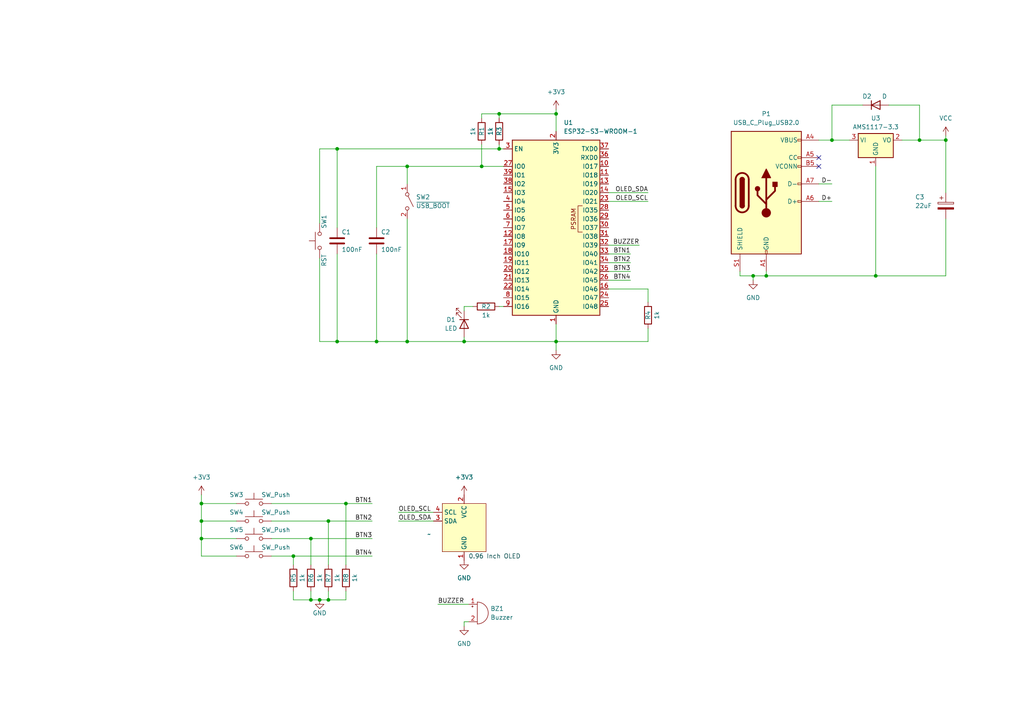
<source format=kicad_sch>
(kicad_sch (version 20231120) (generator "eeschema") (generator_version "8.0")
  (paper "A4")
  (lib_symbols
    (symbol "0.96InchOLED:0.96_Inch_OLED"
      (property "Reference" "U" (at 2.54 7.62 0))
      (symbol "0.96_Inch_OLED_1_1"
        (rectangle (start -6.35 6.35) (end 6.35 -7.62) (fill (type background)))
        (text "0.96 Inch OLED" (at 1.27 -8.89 0) (effects (font (size 1.27 1.27)) (justify left)))
        (pin power_in line (at 0 -10.16 90) (length 2.54) (name "GND") (number "1"))
        (pin power_in line (at 0 8.89 270) (length 2.54) (name "VCC") (number "2"))
        (pin bidirectional line (at -8.89 1.27 0) (length 2.54) (name "SDA") (number "3"))
        (pin input line (at -8.89 3.81 0) (length 2.54) (name "SCL") (number "4"))
      )
    )
    (symbol "Connector:USB_C_Plug_USB2.0" (pin_names (offset 1.016))
      (property "Reference" "P" (at -10.16 19.05 0))
      (property "Value" "USB_C_Plug_USB2.0" (at 12.7 19.05 0))
      (symbol "USB_C_Plug_USB2.0_0_0"
        (rectangle (start -0.254 -17.78) (end 0.254 -16.764))
        (rectangle (start 10.16 -2.286) (end 9.144 -2.794))
        (rectangle (start 10.16 2.794) (end 9.144 2.286))
        (rectangle (start 10.16 7.874) (end 9.144 7.366))
        (rectangle (start 10.16 10.414) (end 9.144 9.906))
        (rectangle (start 10.16 15.494) (end 9.144 14.986))
      )
      (symbol "USB_C_Plug_USB2.0_0_1"
        (rectangle (start -10.16 17.78) (end 10.16 -17.78) (stroke (width 0.254)) (fill (type background)))
        (arc (start -8.89 -3.81) (mid -6.985 -5.7067) (end -5.08 -3.81) (stroke (width 0.508)))
        (arc (start -7.62 -3.81) (mid -6.985 -4.4423) (end -6.35 -3.81) (stroke (width 0.254)))
        (arc (start -7.62 -3.81) (mid -6.985 -4.4423) (end -6.35 -3.81) (stroke (width 0.254)) (fill (type outline)))
        (rectangle (start -7.62 -3.81) (end -6.35 3.81) (stroke (width 0.254)) (fill (type outline)))
        (arc (start -6.35 3.81) (mid -6.985 4.4423) (end -7.62 3.81) (stroke (width 0.254)))
        (arc (start -6.35 3.81) (mid -6.985 4.4423) (end -7.62 3.81) (stroke (width 0.254)) (fill (type outline)))
        (arc (start -5.08 3.81) (mid -6.985 5.7067) (end -8.89 3.81) (stroke (width 0.508)))
        (circle (center -2.54 1.143) (radius 0.635) (stroke (width 0.254)) (fill (type outline)))
        (circle (center 0 -5.842) (radius 1.27) (fill (type outline)))
        (polyline (pts (xy -8.89 -3.81) (xy -8.89 3.81)) (stroke (width 0.508)))
        (polyline (pts (xy -5.08 3.81) (xy -5.08 -3.81)) (stroke (width 0.508)))
        (polyline (pts (xy 0 -5.842) (xy 0 4.318)) (stroke (width 0.508)))
        (polyline (pts (xy 0 -3.302) (xy -2.54 -0.762) (xy -2.54 0.508)) (stroke (width 0.508)))
        (polyline (pts (xy 0 -2.032) (xy 2.54 0.508) (xy 2.54 1.778)) (stroke (width 0.508)))
        (polyline (pts (xy -1.27 4.318) (xy 0 6.858) (xy 1.27 4.318) (xy -1.27 4.318)) (stroke (width 0.254)) (fill (type outline)))
        (rectangle (start 1.905 1.778) (end 3.175 3.048) (stroke (width 0.254)) (fill (type outline)))
      )
      (symbol "USB_C_Plug_USB2.0_1_1"
        (pin passive line (at 0 -22.86 90) (length 5.08) (name "GND") (number "A1"))
        (pin passive line (at 0 -22.86 90) (length 5.08) hide (name "GND") (number "A12"))
        (pin passive line (at 15.24 15.24 180) (length 5.08) (name "VBUS") (number "A4"))
        (pin bidirectional line (at 15.24 10.16 180) (length 5.08) (name "CC") (number "A5"))
        (pin bidirectional line (at 15.24 -2.54 180) (length 5.08) (name "D+") (number "A6"))
        (pin bidirectional line (at 15.24 2.54 180) (length 5.08) (name "D-") (number "A7"))
        (pin passive line (at 15.24 15.24 180) (length 5.08) hide (name "VBUS") (number "A9"))
        (pin passive line (at 0 -22.86 90) (length 5.08) hide (name "GND") (number "B1"))
        (pin passive line (at 0 -22.86 90) (length 5.08) hide (name "GND") (number "B12"))
        (pin passive line (at 15.24 15.24 180) (length 5.08) hide (name "VBUS") (number "B4"))
        (pin bidirectional line (at 15.24 7.62 180) (length 5.08) (name "VCONN") (number "B5"))
        (pin passive line (at 15.24 15.24 180) (length 5.08) hide (name "VBUS") (number "B9"))
        (pin passive line (at -7.62 -22.86 90) (length 5.08) (name "SHIELD") (number "S1"))
      )
    )
    (symbol "Device:Buzzer" (pin_names (offset 0.0254) hide)
      (property "Reference" "BZ" (at 3.81 1.27 0))
      (property "Value" "Buzzer" (at 3.81 -1.27 0))
      (symbol "Buzzer_0_1"
        (arc (start 0 -3.175) (mid 3.1612 0) (end 0 3.175))
        (polyline (pts (xy -1.651 1.905) (xy -1.143 1.905)))
        (polyline (pts (xy -1.397 2.159) (xy -1.397 1.651)))
        (polyline (pts (xy 0 3.175) (xy 0 -3.175)))
      )
      (symbol "Buzzer_1_1"
        (pin passive line (at -2.54 2.54 0) (length 2.54) (name "+") (number "1"))
        (pin passive line (at -2.54 -2.54 0) (length 2.54) (name "-") (number "2"))
      )
    )
    (symbol "Device:C" (pin_numbers hide) (pin_names (offset 0.254))
      (property "Reference" "C" (at 0.635 2.54 0))
      (property "Value" "C" (at 0.635 -2.54 0))
      (symbol "C_0_1"
        (polyline (pts (xy -2.032 -0.762) (xy 2.032 -0.762)) (stroke (width 0.508)))
        (polyline (pts (xy -2.032 0.762) (xy 2.032 0.762)) (stroke (width 0.508)))
      )
      (symbol "C_1_1"
        (pin passive line (at 0 3.81 270) (length 2.794) (name "~") (number "1"))
        (pin passive line (at 0 -3.81 90) (length 2.794) (name "~") (number "2"))
      )
    )
    (symbol "Device:C_Polarized" (pin_numbers hide) (pin_names (offset 0.254))
      (property "Reference" "C" (at 0.635 2.54 0))
      (property "Value" "C_Polarized" (at 0.635 -2.54 0))
      (symbol "C_Polarized_0_1"
        (rectangle (start -2.286 0.508) (end 2.286 1.016))
        (polyline (pts (xy -1.778 2.286) (xy -0.762 2.286)))
        (polyline (pts (xy -1.27 2.794) (xy -1.27 1.778)))
        (rectangle (start 2.286 -0.508) (end -2.286 -1.016) (fill (type outline)))
      )
      (symbol "C_Polarized_1_1"
        (pin passive line (at 0 3.81 270) (length 2.794) (name "~") (number "1"))
        (pin passive line (at 0 -3.81 90) (length 2.794) (name "~") (number "2"))
      )
    )
    (symbol "Device:D" (pin_numbers hide) (pin_names (offset 1.016) hide)
      (property "Reference" "D" (at 0 2.54 0))
      (property "Value" "D" (at 0 -2.54 0))
      (symbol "D_0_1"
        (polyline (pts (xy -1.27 1.27) (xy -1.27 -1.27)) (stroke (width 0.254)))
        (polyline (pts (xy 1.27 0) (xy -1.27 0)))
        (polyline (pts (xy 1.27 1.27) (xy 1.27 -1.27) (xy -1.27 0) (xy 1.27 1.27)) (stroke (width 0.254)))
      )
      (symbol "D_1_1"
        (pin passive line (at -3.81 0 0) (length 2.54) (name "K") (number "1"))
        (pin passive line (at 3.81 0 180) (length 2.54) (name "A") (number "2"))
      )
    )
    (symbol "Device:LED" (pin_numbers hide) (pin_names (offset 1.016) hide)
      (property "Reference" "D" (at 0 2.54 0))
      (property "Value" "LED" (at 0 -2.54 0))
      (symbol "LED_0_1"
        (polyline (pts (xy -1.27 -1.27) (xy -1.27 1.27)) (stroke (width 0.254)))
        (polyline (pts (xy -1.27 0) (xy 1.27 0)))
        (polyline (pts (xy 1.27 -1.27) (xy 1.27 1.27) (xy -1.27 0) (xy 1.27 -1.27)) (stroke (width 0.254)))
        (polyline (pts (xy -3.048 -0.762) (xy -4.572 -2.286) (xy -3.81 -2.286) (xy -4.572 -2.286) (xy -4.572 -1.524)))
        (polyline (pts (xy -1.778 -0.762) (xy -3.302 -2.286) (xy -2.54 -2.286) (xy -3.302 -2.286) (xy -3.302 -1.524)))
      )
      (symbol "LED_1_1"
        (pin passive line (at -3.81 0 0) (length 2.54) (name "K") (number "1"))
        (pin passive line (at 3.81 0 180) (length 2.54) (name "A") (number "2"))
      )
    )
    (symbol "Device:R" (pin_numbers hide) (pin_names (offset 0))
      (property "Reference" "R" (at 2.032 0 90))
      (property "Value" "R" (at 0 0 90))
      (symbol "R_0_1"
        (rectangle (start -1.016 -2.54) (end 1.016 2.54) (stroke (width 0.254)))
      )
      (symbol "R_1_1"
        (pin passive line (at 0 3.81 270) (length 1.27) (name "~") (number "1"))
        (pin passive line (at 0 -3.81 90) (length 1.27) (name "~") (number "2"))
      )
    )
    (symbol "RF_Module:ESP32-S3-WROOM-1"
      (property "Reference" "U" (at -12.7 26.67 0))
      (property "Value" "ESP32-S3-WROOM-1" (at 12.7 26.67 0))
      (symbol "ESP32-S3-WROOM-1_0_0"
        (rectangle (start -12.7 25.4) (end 12.7 -25.4) (stroke (width 0.254)) (fill (type background)))
        (text "PSRAM" (at 5.08 2.54 900) (effects (font (size 1.27 1.27))))
      )
      (symbol "ESP32-S3-WROOM-1_0_1"
        (polyline (pts (xy 7.62 -1.27) (xy 6.35 -1.27) (xy 6.35 6.35) (xy 7.62 6.35)))
      )
      (symbol "ESP32-S3-WROOM-1_1_1"
        (pin power_in line (at 0 -27.94 90) (length 2.54) (name "GND") (number "1"))
        (pin bidirectional line (at 15.24 17.78 180) (length 2.54) (name "IO17") (number "10"))
        (pin bidirectional line (at 15.24 15.24 180) (length 2.54) (name "IO18") (number "11"))
        (pin bidirectional line (at -15.24 -2.54 0) (length 2.54) (name "IO8") (number "12"))
        (pin bidirectional line (at 15.24 12.7 180) (length 2.54) (name "IO19") (number "13"))
        (pin bidirectional line (at 15.24 10.16 180) (length 2.54) (name "IO20") (number "14"))
        (pin bidirectional line (at -15.24 10.16 0) (length 2.54) (name "IO3") (number "15"))
        (pin bidirectional line (at 15.24 -17.78 180) (length 2.54) (name "IO46") (number "16"))
        (pin bidirectional line (at -15.24 -5.08 0) (length 2.54) (name "IO9") (number "17"))
        (pin bidirectional line (at -15.24 -7.62 0) (length 2.54) (name "IO10") (number "18"))
        (pin bidirectional line (at -15.24 -10.16 0) (length 2.54) (name "IO11") (number "19"))
        (pin power_in line (at 0 27.94 270) (length 2.54) (name "3V3") (number "2"))
        (pin bidirectional line (at -15.24 -12.7 0) (length 2.54) (name "IO12") (number "20"))
        (pin bidirectional line (at -15.24 -15.24 0) (length 2.54) (name "IO13") (number "21"))
        (pin bidirectional line (at -15.24 -17.78 0) (length 2.54) (name "IO14") (number "22"))
        (pin bidirectional line (at 15.24 7.62 180) (length 2.54) (name "IO21") (number "23"))
        (pin bidirectional line (at 15.24 -20.32 180) (length 2.54) (name "IO47") (number "24"))
        (pin bidirectional line (at 15.24 -22.86 180) (length 2.54) (name "IO48") (number "25"))
        (pin bidirectional line (at 15.24 -15.24 180) (length 2.54) (name "IO45") (number "26"))
        (pin bidirectional line (at -15.24 17.78 0) (length 2.54) (name "IO0") (number "27"))
        (pin bidirectional line (at 15.24 5.08 180) (length 2.54) (name "IO35") (number "28"))
        (pin bidirectional line (at 15.24 2.54 180) (length 2.54) (name "IO36") (number "29"))
        (pin input line (at -15.24 22.86 0) (length 2.54) (name "EN") (number "3"))
        (pin bidirectional line (at 15.24 0 180) (length 2.54) (name "IO37") (number "30"))
        (pin bidirectional line (at 15.24 -2.54 180) (length 2.54) (name "IO38") (number "31"))
        (pin bidirectional line (at 15.24 -5.08 180) (length 2.54) (name "IO39") (number "32"))
        (pin bidirectional line (at 15.24 -7.62 180) (length 2.54) (name "IO40") (number "33"))
        (pin bidirectional line (at 15.24 -10.16 180) (length 2.54) (name "IO41") (number "34"))
        (pin bidirectional line (at 15.24 -12.7 180) (length 2.54) (name "IO42") (number "35"))
        (pin bidirectional line (at 15.24 20.32 180) (length 2.54) (name "RXD0") (number "36"))
        (pin bidirectional line (at 15.24 22.86 180) (length 2.54) (name "TXD0") (number "37"))
        (pin bidirectional line (at -15.24 12.7 0) (length 2.54) (name "IO2") (number "38"))
        (pin bidirectional line (at -15.24 15.24 0) (length 2.54) (name "IO1") (number "39"))
        (pin bidirectional line (at -15.24 7.62 0) (length 2.54) (name "IO4") (number "4"))
        (pin passive line (at 0 -27.94 90) (length 2.54) hide (name "GND") (number "40"))
        (pin passive line (at 0 -27.94 90) (length 2.54) hide (name "GND") (number "41"))
        (pin bidirectional line (at -15.24 5.08 0) (length 2.54) (name "IO5") (number "5"))
        (pin bidirectional line (at -15.24 2.54 0) (length 2.54) (name "IO6") (number "6"))
        (pin bidirectional line (at -15.24 0 0) (length 2.54) (name "IO7") (number "7"))
        (pin bidirectional line (at -15.24 -20.32 0) (length 2.54) (name "IO15") (number "8"))
        (pin bidirectional line (at -15.24 -22.86 0) (length 2.54) (name "IO16") (number "9"))
      )
    )
    (symbol "Regulator_Linear:AMS1117-3.3"
      (property "Reference" "U" (at -3.81 3.175 0))
      (property "Value" "AMS1117-3.3" (at 0 3.175 0))
      (symbol "AMS1117-3.3_0_1"
        (rectangle (start -5.08 -5.08) (end 5.08 1.905) (stroke (width 0.254)) (fill (type background)))
      )
      (symbol "AMS1117-3.3_1_1"
        (pin power_in line (at 0 -7.62 90) (length 2.54) (name "GND") (number "1"))
        (pin power_out line (at 7.62 0 180) (length 2.54) (name "VO") (number "2"))
        (pin power_in line (at -7.62 0 0) (length 2.54) (name "VI") (number "3"))
      )
    )
    (symbol "Switch:SW_Push" (pin_numbers hide) (pin_names (offset 1.016) hide)
      (property "Reference" "SW" (at 1.27 2.54 0))
      (property "Value" "SW_Push" (at 0 -1.524 0))
      (symbol "SW_Push_0_1"
        (circle (center -2.032 0) (radius 0.508))
        (polyline (pts (xy 0 1.27) (xy 0 3.048)))
        (polyline (pts (xy 2.54 1.27) (xy -2.54 1.27)))
        (circle (center 2.032 0) (radius 0.508))
        (pin passive line (at -5.08 0 0) (length 2.54) (name "1") (number "1"))
        (pin passive line (at 5.08 0 180) (length 2.54) (name "2") (number "2"))
      )
    )
    (symbol "Switch:SW_SPST" (pin_names (offset 0) hide)
      (property "Reference" "SW" (at 0 3.175 0))
      (property "Value" "SW_SPST" (at 0 -2.54 0))
      (symbol "SW_SPST_0_0"
        (circle (center -2.032 0) (radius 0.508))
        (polyline (pts (xy -1.524 0.254) (xy 1.524 1.778)))
        (circle (center 2.032 0) (radius 0.508))
      )
      (symbol "SW_SPST_1_1"
        (pin passive line (at -5.08 0 0) (length 2.54) (name "A") (number "1"))
        (pin passive line (at 5.08 0 180) (length 2.54) (name "B") (number "2"))
      )
    )
    (symbol "power:+3V3" (power) (pin_names (offset 0))
      (property "Value" "+3V3" (at 0 3.556 0))
      (symbol "+3V3_0_1"
        (polyline (pts (xy -0.762 1.27) (xy 0 2.54)))
        (polyline (pts (xy 0 0) (xy 0 2.54)))
        (polyline (pts (xy 0 2.54) (xy 0.762 1.27)))
      )
      (symbol "+3V3_1_1"
        (pin power_in line (at 0 0 90) (length 0) hide (name "+3V3") (number "1"))
      )
    )
    (symbol "power:GND" (power) (pin_names (offset 0))
      (property "Value" "GND" (at 0 -3.81 0))
      (symbol "GND_0_1"
        (polyline (pts (xy 0 0) (xy 0 -1.27) (xy 1.27 -1.27) (xy 0 -2.54) (xy -1.27 -1.27) (xy 0 -1.27)))
      )
      (symbol "GND_1_1"
        (pin power_in line (at 0 0 270) (length 0) hide (name "GND") (number "1"))
      )
    )
    (symbol "power:VCC" (power) (pin_names (offset 0))
      (property "Value" "VCC" (at 0 3.81 0))
      (symbol "VCC_0_1"
        (polyline (pts (xy -0.762 1.27) (xy 0 2.54)))
        (polyline (pts (xy 0 0) (xy 0 2.54)))
        (polyline (pts (xy 0 2.54) (xy 0.762 1.27)))
      )
      (symbol "VCC_1_1"
        (pin power_in line (at 0 0 90) (length 0) hide (name "VCC") (number "1"))
      )
    )
  )
  (junction (at 266.7 40.64))
  (junction (at 97.79 43.18))
  (junction (at 144.78 33.02))
  (junction (at 90.17 156.21))
  (junction (at 85.09 161.29))
  (junction (at 100.33 146.05))
  (junction (at 254 80.01))
  (junction (at 241.3 40.64))
  (junction (at 144.78 43.18))
  (junction (at 95.25 173.99))
  (junction (at 58.42 156.21))
  (junction (at 139.7 48.26))
  (junction (at 118.11 48.26))
  (junction (at 161.29 33.02))
  (junction (at 58.42 151.13))
  (junction (at 222.25 80.01))
  (junction (at 109.22 99.06))
  (junction (at 218.44 80.01))
  (junction (at 95.25 151.13))
  (junction (at 90.17 173.99))
  (junction (at 97.79 99.06))
  (junction (at 92.71 173.99))
  (junction (at 274.32 40.64))
  (junction (at 58.42 146.05))
  (junction (at 161.29 99.06))
  (junction (at 118.11 99.06))
  (junction (at 134.62 99.06))
  (no_connect (at 237.49 45.72))
  (no_connect (at 237.49 48.26))
  (wire (pts (xy 134.62 97.79) (xy 134.62 99.06)))
  (wire (pts (xy 58.42 161.29) (xy 68.58 161.29)))
  (wire (pts (xy 95.25 151.13) (xy 107.95 151.13)))
  (wire (pts (xy 109.22 48.26) (xy 118.11 48.26)))
  (wire (pts (xy 237.49 58.42) (xy 241.3 58.42)))
  (wire (pts (xy 139.7 41.91) (xy 139.7 48.26)))
  (wire (pts (xy 222.25 80.01) (xy 222.25 78.74)))
  (wire (pts (xy 58.42 146.05) (xy 58.42 151.13)))
  (wire (pts (xy 97.79 43.18) (xy 92.71 43.18)))
  (wire (pts (xy 161.29 33.02) (xy 161.29 38.1)))
  (wire (pts (xy 144.78 33.02) (xy 139.7 33.02)))
  (wire (pts (xy 218.44 80.01) (xy 218.44 81.28)))
  (wire (pts (xy 92.71 99.06) (xy 92.71 74.93)))
  (wire (pts (xy 97.79 99.06) (xy 109.22 99.06)))
  (wire (pts (xy 144.78 88.9) (xy 146.05 88.9)))
  (wire (pts (xy 58.42 151.13) (xy 58.42 156.21)))
  (wire (pts (xy 115.57 148.59) (xy 125.73 148.59)))
  (wire (pts (xy 134.62 88.9) (xy 137.16 88.9)))
  (wire (pts (xy 58.42 151.13) (xy 68.58 151.13)))
  (wire (pts (xy 134.62 99.06) (xy 161.29 99.06)))
  (wire (pts (xy 274.32 40.64) (xy 274.32 55.88)))
  (wire (pts (xy 118.11 48.26) (xy 118.11 53.34)))
  (wire (pts (xy 161.29 99.06) (xy 161.29 101.6)))
  (wire (pts (xy 85.09 161.29) (xy 107.95 161.29)))
  (wire (pts (xy 176.53 55.88) (xy 187.96 55.88)))
  (wire (pts (xy 161.29 99.06) (xy 187.96 99.06)))
  (wire (pts (xy 222.25 80.01) (xy 254 80.01)))
  (wire (pts (xy 85.09 171.45) (xy 85.09 173.99)))
  (wire (pts (xy 90.17 156.21) (xy 107.95 156.21)))
  (wire (pts (xy 176.53 73.66) (xy 182.88 73.66)))
  (wire (pts (xy 139.7 33.02) (xy 139.7 34.29)))
  (wire (pts (xy 135.89 180.34) (xy 134.62 180.34)))
  (wire (pts (xy 218.44 80.01) (xy 222.25 80.01)))
  (wire (pts (xy 58.42 156.21) (xy 58.42 161.29)))
  (wire (pts (xy 109.22 99.06) (xy 118.11 99.06)))
  (wire (pts (xy 127 175.26) (xy 135.89 175.26)))
  (wire (pts (xy 95.25 171.45) (xy 95.25 173.99)))
  (wire (pts (xy 78.74 156.21) (xy 90.17 156.21)))
  (wire (pts (xy 58.42 156.21) (xy 68.58 156.21)))
  (wire (pts (xy 161.29 33.02) (xy 144.78 33.02)))
  (wire (pts (xy 250.19 30.48) (xy 241.3 30.48)))
  (wire (pts (xy 78.74 161.29) (xy 85.09 161.29)))
  (wire (pts (xy 187.96 99.06) (xy 187.96 95.25)))
  (wire (pts (xy 161.29 99.06) (xy 161.29 93.98)))
  (wire (pts (xy 95.25 173.99) (xy 100.33 173.99)))
  (wire (pts (xy 58.42 143.51) (xy 58.42 146.05)))
  (wire (pts (xy 109.22 66.04) (xy 109.22 48.26)))
  (wire (pts (xy 118.11 99.06) (xy 134.62 99.06)))
  (wire (pts (xy 97.79 43.18) (xy 97.79 66.04)))
  (wire (pts (xy 100.33 146.05) (xy 100.33 163.83)))
  (wire (pts (xy 176.53 78.74) (xy 182.88 78.74)))
  (wire (pts (xy 134.62 180.34) (xy 134.62 181.61)))
  (wire (pts (xy 85.09 173.99) (xy 90.17 173.99)))
  (wire (pts (xy 241.3 40.64) (xy 246.38 40.64)))
  (wire (pts (xy 176.53 58.42) (xy 187.96 58.42)))
  (wire (pts (xy 118.11 63.5) (xy 118.11 99.06)))
  (wire (pts (xy 78.74 146.05) (xy 100.33 146.05)))
  (wire (pts (xy 90.17 173.99) (xy 92.71 173.99)))
  (wire (pts (xy 266.7 40.64) (xy 274.32 40.64)))
  (wire (pts (xy 176.53 81.28) (xy 182.88 81.28)))
  (wire (pts (xy 144.78 33.02) (xy 144.78 34.29)))
  (wire (pts (xy 274.32 40.64) (xy 274.32 39.37)))
  (wire (pts (xy 90.17 171.45) (xy 90.17 173.99)))
  (wire (pts (xy 161.29 31.75) (xy 161.29 33.02)))
  (wire (pts (xy 266.7 30.48) (xy 266.7 40.64)))
  (wire (pts (xy 144.78 41.91) (xy 144.78 43.18)))
  (wire (pts (xy 85.09 161.29) (xy 85.09 163.83)))
  (wire (pts (xy 115.57 151.13) (xy 125.73 151.13)))
  (wire (pts (xy 237.49 53.34) (xy 241.3 53.34)))
  (wire (pts (xy 92.71 43.18) (xy 92.71 64.77)))
  (wire (pts (xy 58.42 146.05) (xy 68.58 146.05)))
  (wire (pts (xy 97.79 99.06) (xy 92.71 99.06)))
  (wire (pts (xy 97.79 99.06) (xy 97.79 73.66)))
  (wire (pts (xy 214.63 80.01) (xy 218.44 80.01)))
  (wire (pts (xy 241.3 30.48) (xy 241.3 40.64)))
  (wire (pts (xy 237.49 40.64) (xy 241.3 40.64)))
  (wire (pts (xy 176.53 83.82) (xy 187.96 83.82)))
  (wire (pts (xy 146.05 48.26) (xy 139.7 48.26)))
  (wire (pts (xy 97.79 43.18) (xy 144.78 43.18)))
  (wire (pts (xy 176.53 76.2) (xy 182.88 76.2)))
  (wire (pts (xy 176.53 71.12) (xy 185.42 71.12)))
  (wire (pts (xy 144.78 43.18) (xy 146.05 43.18)))
  (wire (pts (xy 254 80.01) (xy 254 48.26)))
  (wire (pts (xy 78.74 151.13) (xy 95.25 151.13)))
  (wire (pts (xy 95.25 151.13) (xy 95.25 163.83)))
  (wire (pts (xy 109.22 73.66) (xy 109.22 99.06)))
  (wire (pts (xy 274.32 63.5) (xy 274.32 80.01)))
  (wire (pts (xy 100.33 146.05) (xy 107.95 146.05)))
  (wire (pts (xy 257.81 30.48) (xy 266.7 30.48)))
  (wire (pts (xy 274.32 80.01) (xy 254 80.01)))
  (wire (pts (xy 134.62 88.9) (xy 134.62 90.17)))
  (wire (pts (xy 90.17 156.21) (xy 90.17 163.83)))
  (wire (pts (xy 261.62 40.64) (xy 266.7 40.64)))
  (wire (pts (xy 92.71 173.99) (xy 95.25 173.99)))
  (wire (pts (xy 100.33 171.45) (xy 100.33 173.99)))
  (wire (pts (xy 139.7 48.26) (xy 118.11 48.26)))
  (wire (pts (xy 187.96 83.82) (xy 187.96 87.63)))
  (wire (pts (xy 214.63 78.74) (xy 214.63 80.01)))
  (label "BUZZER" (at 127 175.26 0))
  (label "BTN2" (at 182.88 76.2 180))
  (label "BTN2" (at 107.95 151.13 180))
  (label "BTN1" (at 107.95 146.05 180))
  (label "OLED_SCL" (at 115.57 148.59 0))
  (label "OLED_SDA" (at 187.96 55.88 180))
  (label "BTN3" (at 182.88 78.74 180))
  (label "BTN4" (at 107.95 161.29 180))
  (label "D+" (at 241.3 58.42 180))
  (label "BTN1" (at 182.88 73.66 180))
  (label "BTN4" (at 182.88 81.28 180))
  (label "BTN3" (at 107.95 156.21 180))
  (label "OLED_SDA" (at 115.57 151.13 0))
  (label "OLED_SCL" (at 187.96 58.42 180))
  (label "D-" (at 241.3 53.34 180))
  (label "BUZZER" (at 185.42 71.12 180))
  (symbol (lib_id "Device:R") (at 85.09 167.64 180) (unit 1)
    (property "Reference" "R5" (at 85.09 167.64 90))
    (property "Value" "1k" (at 87.63 167.64 90))
    (property "Footprint" "Resistor_SMD:R_0201_0603Metric" (effects (hide yes)))
  )
  (symbol (lib_id "Switch:SW_Push") (at 92.71 69.85 90) (unit 1)
    (property "Reference" "SW1" (at 93.98 62.23 0) (effects (justify right)))
    (property "Value" "RST" (at 93.98 73.66 0) (effects (justify right)))
    (property "Footprint" "Button_Switch_SMD:SW_SPST_TL3342" (effects (hide yes)))
  )
  (symbol (lib_id "Device:R") (at 100.33 167.64 180) (unit 1)
    (property "Reference" "R8" (at 100.33 167.64 90))
    (property "Value" "1k" (at 102.87 167.64 90))
    (property "Footprint" "Resistor_SMD:R_0201_0603Metric" (effects (hide yes)))
  )
  (symbol (lib_id "Device:Buzzer") (at 138.43 177.8 0) (unit 1)
    (property "Reference" "BZ1" (at 142.24 176.5299 0) (effects (justify left)))
    (property "Value" "Buzzer" (at 142.24 179.0699 0) (effects (justify left)))
    (property "Description" "Buzzer, polarized" (effects (hide yes)))
  )
  (symbol (lib_id "Switch:SW_Push") (at 73.66 151.13 0) (unit 1)
    (property "Reference" "SW4" (at 68.58 148.59 0))
    (property "Value" "SW_Push" (at 80.01 148.59 0))
    (property "Footprint" "Button_Switch_Keyboard:SW_Cherry_MX_1.00u_PCB" (effects (hide yes)))
  )
  (symbol (lib_id "power:VCC") (at 274.32 39.37 0) (unit 1)
    (property "Reference" "#PWR09" (effects (hide yes)))
    (property "Value" "VCC" (at 274.32 34.29 0))
  )
  (symbol (lib_id "Device:R") (at 95.25 167.64 180) (unit 1)
    (property "Reference" "R7" (at 95.25 167.64 90))
    (property "Value" "1k" (at 97.79 167.64 90))
    (property "Footprint" "Resistor_SMD:R_0201_0603Metric" (effects (hide yes)))
  )
  (symbol (lib_id "power:GND") (at 134.62 181.61 0) (unit 1)
    (property "Reference" "#PWR05" (effects (hide yes)))
    (property "Value" "GND" (at 134.62 186.69 0))
    (property "Description" "Power symbol creates a global label with name \"GND\" , ground" (effects (hide yes)))
  )
  (symbol (lib_id "power:+3V3") (at 161.29 31.75 0) (unit 1)
    (property "Reference" "#PWR01" (effects (hide yes)))
    (property "Value" "+3V3" (at 161.29 26.67 0))
    (property "Description" "Power symbol creates a global label with name \"+3V3\"" (effects (hide yes)))
  )
  (symbol (lib_id "Device:R") (at 187.96 91.44 180) (unit 1)
    (property "Reference" "R4" (at 187.96 91.44 90))
    (property "Value" "1k" (at 190.5 91.44 90))
    (property "Footprint" "Resistor_SMD:R_0201_0603Metric" (effects (hide yes)))
  )
  (symbol (lib_id "Device:D") (at 254 30.48 0) (unit 1)
    (property "Reference" "D2" (at 251.46 27.94 0))
    (property "Value" "D" (at 256.54 27.94 0))
    (property "Footprint" "Resistor_SMD:R_0201_0603Metric" (effects (hide yes)))
    (property "Sim.Device" "D" (effects (hide yes)))
    (property "Sim.Pins" "1=K 2=A" (effects (hide yes)))
  )
  (symbol (lib_id "Switch:SW_SPST") (at 118.11 58.42 270) (unit 1)
    (property "Reference" "SW2" (at 120.65 57.15 90) (effects (justify left)))
    (property "Value" "~{USB_BOOT}" (at 120.65 59.69 90) (effects (justify left)))
    (property "Footprint" "Button_Switch_SMD:SW_DPDT_CK_JS202011JCQN" (effects (hide yes)))
  )
  (symbol (lib_id "Device:R") (at 144.78 38.1 0) (unit 1)
    (property "Reference" "R3" (at 144.78 38.1 90))
    (property "Value" "1k" (at 142.24 38.1 90))
    (property "Footprint" "Resistor_SMD:R_0201_0603Metric" (effects (hide yes)))
  )
  (symbol (lib_id "Switch:SW_Push") (at 73.66 161.29 0) (unit 1)
    (property "Reference" "SW6" (at 68.58 158.75 0))
    (property "Value" "SW_Push" (at 80.01 158.75 0))
    (property "Footprint" "Button_Switch_Keyboard:SW_Cherry_MX_1.00u_PCB" (effects (hide yes)))
  )
  (symbol (lib_id "Regulator_Linear:AMS1117-3.3") (at 254 40.64 0) (unit 1)
    (property "Reference" "U3" (at 254 34.29 0))
    (property "Value" "AMS1117-3.3" (at 254 36.83 0))
    (property "Footprint" "Package_TO_SOT_SMD:SOT-223-3_TabPin2" (effects (hide yes)))
    (property "Datasheet" "http://www.advanced-monolithic.com/pdf/ds1117.pdf" (effects (hide yes)))
  )
  (symbol (lib_id "Device:C") (at 97.79 69.85 0) (unit 1)
    (property "Reference" "C1" (at 99.06 67.31 0) (effects (justify left)))
    (property "Value" "100nF" (at 99.06 72.39 0) (effects (justify left)))
    (property "Footprint" "Capacitor_SMD:C_0201_0603Metric" (effects (hide yes)))
  )
  (symbol (lib_id "Device:R") (at 140.97 88.9 90) (unit 1)
    (property "Reference" "R2" (at 140.97 88.9 90))
    (property "Value" "1k" (at 140.97 91.44 90))
    (property "Footprint" "Resistor_SMD:R_0201_0603Metric" (effects (hide yes)))
  )
  (symbol (lib_id "Connector:USB_C_Plug_USB2.0") (at 222.25 55.88 0) (unit 1)
    (property "Reference" "P1" (at 222.25 33.02 0))
    (property "Value" "USB_C_Plug_USB2.0" (at 222.25 35.56 0))
    (property "Footprint" "Connector_USB:USB_C_Receptacle_Molex_105450-0101" (effects (hide yes)))
    (property "Datasheet" "https://www.usb.org/sites/default/files/documents/usb_type-c.zip" (effects (hide yes)))
  )
  (symbol (lib_id "Device:C_Polarized") (at 274.32 59.69 0) (unit 1)
    (property "Reference" "C3" (at 265.43 57.15 0) (effects (justify left)))
    (property "Value" "22uF" (at 265.43 59.69 0) (effects (justify left)))
    (property "Footprint" "Capacitor_SMD:CP_Elec_6.3x5.9" (effects (hide yes)))
  )
  (symbol (lib_id "Switch:SW_Push") (at 73.66 146.05 0) (unit 1)
    (property "Reference" "SW3" (at 68.58 143.51 0))
    (property "Value" "SW_Push" (at 80.01 143.51 0))
    (property "Footprint" "Button_Switch_Keyboard:SW_Cherry_MX_1.00u_PCB" (effects (hide yes)))
  )
  (symbol (lib_id "Switch:SW_Push") (at 73.66 156.21 0) (unit 1)
    (property "Reference" "SW5" (at 68.58 153.67 0))
    (property "Value" "SW_Push" (at 80.01 153.67 0))
    (property "Footprint" "Button_Switch_Keyboard:SW_Cherry_MX_1.00u_PCB" (effects (hide yes)))
  )
  (symbol (lib_id "Device:R") (at 139.7 38.1 0) (unit 1)
    (property "Reference" "R1" (at 139.7 38.1 90))
    (property "Value" "1k" (at 137.16 38.1 90))
    (property "Footprint" "Resistor_SMD:R_0201_0603Metric" (effects (hide yes)))
  )
  (symbol (lib_id "power:GND") (at 161.29 101.6 0) (unit 1)
    (property "Reference" "#PWR02" (effects (hide yes)))
    (property "Value" "GND" (at 161.29 106.68 0))
  )
  (symbol (lib_id "Device:R") (at 90.17 167.64 180) (unit 1)
    (property "Reference" "R6" (at 90.17 167.64 90))
    (property "Value" "1k" (at 92.71 167.64 90))
    (property "Footprint" "Resistor_SMD:R_0201_0603Metric" (effects (hide yes)))
  )
  (symbol (lib_id "Device:LED") (at 134.62 93.98 270) (unit 1)
    (property "Reference" "D1" (at 130.81 92.71 90))
    (property "Value" "LED" (at 130.81 95.25 90))
    (property "Footprint" "LED_SMD:LED_0603_1608Metric" (effects (hide yes)))
  )
  (symbol (lib_id "power:GND") (at 134.62 162.56 0) (unit 1)
    (property "Reference" "#PWR07" (effects (hide yes)))
    (property "Value" "GND" (at 134.62 167.64 0))
  )
  (symbol (lib_id "RF_Module:ESP32-S3-WROOM-1") (at 161.29 66.04 0) (unit 1)
    (property "Reference" "U1" (at 163.4841 35.56 0) (effects (justify left)))
    (property "Value" "ESP32-S3-WROOM-1" (at 163.4841 38.1 0) (effects (justify left)))
    (property "Footprint" "RF_Module:ESP32-S3-WROOM-1" (effects (hide yes)))
    (property "Datasheet" "https://www.espressif.com/sites/default/files/documentation/esp32-s3-wroom-1_wroom-1u_datasheet_en.pdf" (effects (hide yes)))
  )
  (symbol (lib_id "power:GND") (at 92.71 173.99 0) (unit 1)
    (property "Reference" "#PWR04" (effects (hide yes)))
    (property "Value" "GND" (at 92.71 177.8 0))
  )
  (symbol (lib_id "power:+3V3") (at 58.42 143.51 0) (unit 1)
    (property "Reference" "#PWR03" (effects (hide yes)))
    (property "Value" "+3V3" (at 58.42 138.43 0))
    (property "Description" "Power symbol creates a global label with name \"+3V3\"" (effects (hide yes)))
  )
  (symbol (lib_id "power:+3V3") (at 134.62 143.51 0) (unit 1)
    (property "Reference" "#PWR06" (effects (hide yes)))
    (property "Value" "+3V3" (at 134.62 138.43 0))
    (property "Description" "Power symbol creates a global label with name \"+3V3\"" (effects (hide yes)))
  )
  (symbol (lib_id "Device:C") (at 109.22 69.85 0) (unit 1)
    (property "Reference" "C2" (at 110.49 67.31 0) (effects (justify left)))
    (property "Value" "100nF" (at 110.49 72.39 0) (effects (justify left)))
    (property "Footprint" "Capacitor_SMD:C_0201_0603Metric" (effects (hide yes)))
  )
  (symbol (lib_id "power:GND") (at 218.44 81.28 0) (unit 1)
    (property "Reference" "#PWR08" (effects (hide yes)))
    (property "Value" "GND" (at 218.44 86.36 0))
  )
  (symbol (lib_id "0.96InchOLED:0.96_Inch_OLED") (at 134.62 152.4 0) (unit 1)
    (property "Reference" "U2" (effects (hide yes)))
    (property "Value" "~" (at 124.46 154.94 0))
    (property "Footprint" "Connector_PinHeader_2.54mm:PinHeader_1x04_P2.54mm_Vertical" (effects (hide yes)))
  )
)
</source>
